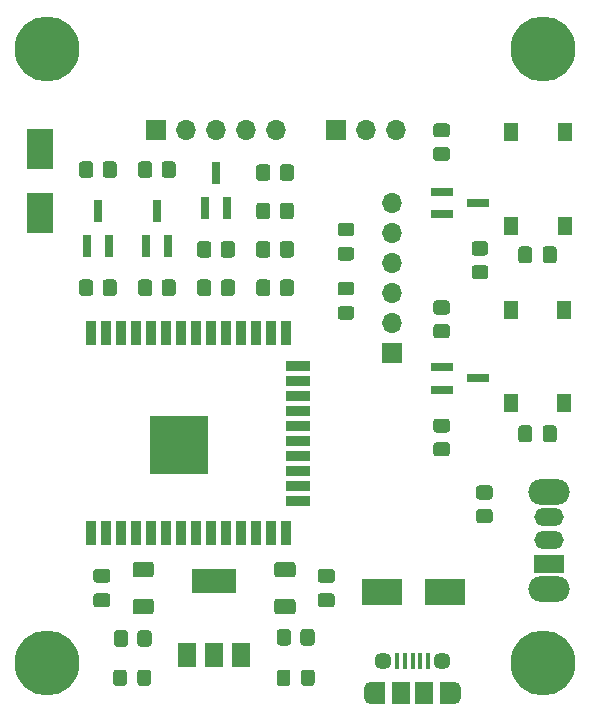
<source format=gbr>
%TF.GenerationSoftware,KiCad,Pcbnew,(5.1.10-1-10_14)*%
%TF.CreationDate,2021-06-24T14:46:10+02:00*%
%TF.ProjectId,RespiratorIF,52657370-6972-4617-946f-7249462e6b69,0.7*%
%TF.SameCoordinates,Original*%
%TF.FileFunction,Soldermask,Top*%
%TF.FilePolarity,Negative*%
%FSLAX46Y46*%
G04 Gerber Fmt 4.6, Leading zero omitted, Abs format (unit mm)*
G04 Created by KiCad (PCBNEW (5.1.10-1-10_14)) date 2021-06-24 14:46:10*
%MOMM*%
%LPD*%
G01*
G04 APERTURE LIST*
%ADD10R,5.000000X5.000000*%
%ADD11R,0.900000X2.000000*%
%ADD12R,2.000000X0.900000*%
%ADD13R,2.300000X3.500000*%
%ADD14R,3.500000X2.300000*%
%ADD15C,5.500000*%
%ADD16R,1.500000X1.900000*%
%ADD17C,1.450000*%
%ADD18R,0.400000X1.350000*%
%ADD19O,1.200000X1.900000*%
%ADD20R,1.200000X1.900000*%
%ADD21R,1.700000X1.700000*%
%ADD22O,1.700000X1.700000*%
%ADD23R,0.800000X1.900000*%
%ADD24R,1.900000X0.800000*%
%ADD25R,1.300000X1.550000*%
%ADD26R,3.800000X2.000000*%
%ADD27R,1.500000X2.000000*%
%ADD28R,2.500000X1.500000*%
%ADD29O,2.500000X1.500000*%
%ADD30O,3.500000X2.200000*%
G04 APERTURE END LIST*
D10*
%TO.C,U2*%
X139300000Y-99650000D03*
D11*
X131800000Y-107150000D03*
X133070000Y-107150000D03*
X134340000Y-107150000D03*
X135610000Y-107150000D03*
X136880000Y-107150000D03*
X138150000Y-107150000D03*
X139420000Y-107150000D03*
X140690000Y-107150000D03*
X141960000Y-107150000D03*
X143230000Y-107150000D03*
X144500000Y-107150000D03*
X145770000Y-107150000D03*
X147040000Y-107150000D03*
X148310000Y-107150000D03*
D12*
X149310000Y-104365000D03*
X149310000Y-103095000D03*
X149310000Y-101825000D03*
X149310000Y-100555000D03*
X149310000Y-99285000D03*
X149310000Y-98015000D03*
X149310000Y-96745000D03*
X149310000Y-95475000D03*
X149310000Y-94205000D03*
X149310000Y-92935000D03*
D11*
X148310000Y-90150000D03*
X147040000Y-90150000D03*
X145770000Y-90150000D03*
X144500000Y-90150000D03*
X143230000Y-90150000D03*
X141960000Y-90150000D03*
X140690000Y-90150000D03*
X139420000Y-90150000D03*
X138150000Y-90150000D03*
X136880000Y-90150000D03*
X135610000Y-90150000D03*
X134340000Y-90150000D03*
X133070000Y-90150000D03*
X131800000Y-90150000D03*
%TD*%
D13*
%TO.C,D4*%
X127504400Y-74612400D03*
X127504400Y-80012400D03*
%TD*%
%TO.C,R12*%
G36*
G01*
X165200001Y-83626000D02*
X164299999Y-83626000D01*
G75*
G02*
X164050000Y-83376001I0J249999D01*
G01*
X164050000Y-82675999D01*
G75*
G02*
X164299999Y-82426000I249999J0D01*
G01*
X165200001Y-82426000D01*
G75*
G02*
X165450000Y-82675999I0J-249999D01*
G01*
X165450000Y-83376001D01*
G75*
G02*
X165200001Y-83626000I-249999J0D01*
G01*
G37*
G36*
G01*
X165200001Y-85626000D02*
X164299999Y-85626000D01*
G75*
G02*
X164050000Y-85376001I0J249999D01*
G01*
X164050000Y-84675999D01*
G75*
G02*
X164299999Y-84426000I249999J0D01*
G01*
X165200001Y-84426000D01*
G75*
G02*
X165450000Y-84675999I0J-249999D01*
G01*
X165450000Y-85376001D01*
G75*
G02*
X165200001Y-85626000I-249999J0D01*
G01*
G37*
%TD*%
%TO.C,C1*%
G36*
G01*
X151261800Y-110155200D02*
X152211800Y-110155200D01*
G75*
G02*
X152461800Y-110405200I0J-250000D01*
G01*
X152461800Y-111080200D01*
G75*
G02*
X152211800Y-111330200I-250000J0D01*
G01*
X151261800Y-111330200D01*
G75*
G02*
X151011800Y-111080200I0J250000D01*
G01*
X151011800Y-110405200D01*
G75*
G02*
X151261800Y-110155200I250000J0D01*
G01*
G37*
G36*
G01*
X151261800Y-112230200D02*
X152211800Y-112230200D01*
G75*
G02*
X152461800Y-112480200I0J-250000D01*
G01*
X152461800Y-113155200D01*
G75*
G02*
X152211800Y-113405200I-250000J0D01*
G01*
X151261800Y-113405200D01*
G75*
G02*
X151011800Y-113155200I0J250000D01*
G01*
X151011800Y-112480200D01*
G75*
G02*
X151261800Y-112230200I250000J0D01*
G01*
G37*
%TD*%
%TO.C,C3*%
G36*
G01*
X133211800Y-111330200D02*
X132261800Y-111330200D01*
G75*
G02*
X132011800Y-111080200I0J250000D01*
G01*
X132011800Y-110405200D01*
G75*
G02*
X132261800Y-110155200I250000J0D01*
G01*
X133211800Y-110155200D01*
G75*
G02*
X133461800Y-110405200I0J-250000D01*
G01*
X133461800Y-111080200D01*
G75*
G02*
X133211800Y-111330200I-250000J0D01*
G01*
G37*
G36*
G01*
X133211800Y-113405200D02*
X132261800Y-113405200D01*
G75*
G02*
X132011800Y-113155200I0J250000D01*
G01*
X132011800Y-112480200D01*
G75*
G02*
X132261800Y-112230200I250000J0D01*
G01*
X133211800Y-112230200D01*
G75*
G02*
X133461800Y-112480200I0J-250000D01*
G01*
X133461800Y-113155200D01*
G75*
G02*
X133211800Y-113405200I-250000J0D01*
G01*
G37*
%TD*%
%TO.C,C5*%
G36*
G01*
X167987500Y-84045000D02*
X167987500Y-83095000D01*
G75*
G02*
X168237500Y-82845000I250000J0D01*
G01*
X168912500Y-82845000D01*
G75*
G02*
X169162500Y-83095000I0J-250000D01*
G01*
X169162500Y-84045000D01*
G75*
G02*
X168912500Y-84295000I-250000J0D01*
G01*
X168237500Y-84295000D01*
G75*
G02*
X167987500Y-84045000I0J250000D01*
G01*
G37*
G36*
G01*
X170062500Y-84045000D02*
X170062500Y-83095000D01*
G75*
G02*
X170312500Y-82845000I250000J0D01*
G01*
X170987500Y-82845000D01*
G75*
G02*
X171237500Y-83095000I0J-250000D01*
G01*
X171237500Y-84045000D01*
G75*
G02*
X170987500Y-84295000I-250000J0D01*
G01*
X170312500Y-84295000D01*
G75*
G02*
X170062500Y-84045000I0J250000D01*
G01*
G37*
%TD*%
%TO.C,C6*%
G36*
G01*
X170062500Y-99195000D02*
X170062500Y-98245000D01*
G75*
G02*
X170312500Y-97995000I250000J0D01*
G01*
X170987500Y-97995000D01*
G75*
G02*
X171237500Y-98245000I0J-250000D01*
G01*
X171237500Y-99195000D01*
G75*
G02*
X170987500Y-99445000I-250000J0D01*
G01*
X170312500Y-99445000D01*
G75*
G02*
X170062500Y-99195000I0J250000D01*
G01*
G37*
G36*
G01*
X167987500Y-99195000D02*
X167987500Y-98245000D01*
G75*
G02*
X168237500Y-97995000I250000J0D01*
G01*
X168912500Y-97995000D01*
G75*
G02*
X169162500Y-98245000I0J-250000D01*
G01*
X169162500Y-99195000D01*
G75*
G02*
X168912500Y-99445000I-250000J0D01*
G01*
X168237500Y-99445000D01*
G75*
G02*
X167987500Y-99195000I0J250000D01*
G01*
G37*
%TD*%
%TO.C,D2*%
G36*
G01*
X149602200Y-119824801D02*
X149602200Y-118924799D01*
G75*
G02*
X149852199Y-118674800I249999J0D01*
G01*
X150502201Y-118674800D01*
G75*
G02*
X150752200Y-118924799I0J-249999D01*
G01*
X150752200Y-119824801D01*
G75*
G02*
X150502201Y-120074800I-249999J0D01*
G01*
X149852199Y-120074800D01*
G75*
G02*
X149602200Y-119824801I0J249999D01*
G01*
G37*
G36*
G01*
X147552200Y-119824801D02*
X147552200Y-118924799D01*
G75*
G02*
X147802199Y-118674800I249999J0D01*
G01*
X148452201Y-118674800D01*
G75*
G02*
X148702200Y-118924799I0J-249999D01*
G01*
X148702200Y-119824801D01*
G75*
G02*
X148452201Y-120074800I-249999J0D01*
G01*
X147802199Y-120074800D01*
G75*
G02*
X147552200Y-119824801I0J249999D01*
G01*
G37*
%TD*%
%TO.C,D3*%
G36*
G01*
X134852200Y-118924799D02*
X134852200Y-119824801D01*
G75*
G02*
X134602201Y-120074800I-249999J0D01*
G01*
X133952199Y-120074800D01*
G75*
G02*
X133702200Y-119824801I0J249999D01*
G01*
X133702200Y-118924799D01*
G75*
G02*
X133952199Y-118674800I249999J0D01*
G01*
X134602201Y-118674800D01*
G75*
G02*
X134852200Y-118924799I0J-249999D01*
G01*
G37*
G36*
G01*
X136902200Y-118924799D02*
X136902200Y-119824801D01*
G75*
G02*
X136652201Y-120074800I-249999J0D01*
G01*
X136002199Y-120074800D01*
G75*
G02*
X135752200Y-119824801I0J249999D01*
G01*
X135752200Y-118924799D01*
G75*
G02*
X136002199Y-118674800I249999J0D01*
G01*
X136652201Y-118674800D01*
G75*
G02*
X136902200Y-118924799I0J-249999D01*
G01*
G37*
%TD*%
D14*
%TO.C,D1*%
X161827400Y-112135400D03*
X156427400Y-112135400D03*
%TD*%
%TO.C,D5*%
G36*
G01*
X153850001Y-84050000D02*
X152949999Y-84050000D01*
G75*
G02*
X152700000Y-83800001I0J249999D01*
G01*
X152700000Y-83149999D01*
G75*
G02*
X152949999Y-82900000I249999J0D01*
G01*
X153850001Y-82900000D01*
G75*
G02*
X154100000Y-83149999I0J-249999D01*
G01*
X154100000Y-83800001D01*
G75*
G02*
X153850001Y-84050000I-249999J0D01*
G01*
G37*
G36*
G01*
X153850001Y-82000000D02*
X152949999Y-82000000D01*
G75*
G02*
X152700000Y-81750001I0J249999D01*
G01*
X152700000Y-81099999D01*
G75*
G02*
X152949999Y-80850000I249999J0D01*
G01*
X153850001Y-80850000D01*
G75*
G02*
X154100000Y-81099999I0J-249999D01*
G01*
X154100000Y-81750001D01*
G75*
G02*
X153850001Y-82000000I-249999J0D01*
G01*
G37*
%TD*%
%TO.C,D6*%
G36*
G01*
X152949999Y-85850000D02*
X153850001Y-85850000D01*
G75*
G02*
X154100000Y-86099999I0J-249999D01*
G01*
X154100000Y-86750001D01*
G75*
G02*
X153850001Y-87000000I-249999J0D01*
G01*
X152949999Y-87000000D01*
G75*
G02*
X152700000Y-86750001I0J249999D01*
G01*
X152700000Y-86099999D01*
G75*
G02*
X152949999Y-85850000I249999J0D01*
G01*
G37*
G36*
G01*
X152949999Y-87900000D02*
X153850001Y-87900000D01*
G75*
G02*
X154100000Y-88149999I0J-249999D01*
G01*
X154100000Y-88800001D01*
G75*
G02*
X153850001Y-89050000I-249999J0D01*
G01*
X152949999Y-89050000D01*
G75*
G02*
X152700000Y-88800001I0J249999D01*
G01*
X152700000Y-88149999D01*
G75*
G02*
X152949999Y-87900000I249999J0D01*
G01*
G37*
%TD*%
D15*
%TO.C,H1*%
X128050000Y-118150000D03*
%TD*%
%TO.C,H2*%
X170050000Y-118150000D03*
%TD*%
%TO.C,H3*%
X170050000Y-66150000D03*
%TD*%
%TO.C,H4*%
X128050000Y-66150000D03*
%TD*%
D16*
%TO.C,J1*%
X160050000Y-120650000D03*
D17*
X156550000Y-117950000D03*
D18*
X158400000Y-117950000D03*
X157750000Y-117950000D03*
X160350000Y-117950000D03*
X159700000Y-117950000D03*
X159050000Y-117950000D03*
D17*
X161550000Y-117950000D03*
D16*
X158050000Y-120650000D03*
D19*
X155550000Y-120650000D03*
X162550000Y-120650000D03*
D20*
X161950000Y-120650000D03*
X156150000Y-120650000D03*
%TD*%
D21*
%TO.C,J2*%
X152523400Y-72964400D03*
D22*
X155063400Y-72964400D03*
X157603400Y-72964400D03*
%TD*%
D21*
%TO.C,J3*%
X137283400Y-72964400D03*
D22*
X139823400Y-72964400D03*
X142363400Y-72964400D03*
X144903400Y-72964400D03*
X147443400Y-72964400D03*
%TD*%
D23*
%TO.C,Q1*%
X131450000Y-82850000D03*
X133350000Y-82850000D03*
X132400000Y-79850000D03*
%TD*%
%TO.C,Q2*%
X137400000Y-79850000D03*
X138350000Y-82850000D03*
X136450000Y-82850000D03*
%TD*%
%TO.C,Q3*%
X141450000Y-79600000D03*
X143350000Y-79600000D03*
X142400000Y-76600000D03*
%TD*%
D24*
%TO.C,Q4*%
X164540400Y-79162400D03*
X161540400Y-80112400D03*
X161540400Y-78212400D03*
%TD*%
%TO.C,Q5*%
X161540400Y-93071400D03*
X161540400Y-94971400D03*
X164540400Y-94021400D03*
%TD*%
%TO.C,R1*%
G36*
G01*
X150745200Y-115495799D02*
X150745200Y-116395801D01*
G75*
G02*
X150495201Y-116645800I-249999J0D01*
G01*
X149795199Y-116645800D01*
G75*
G02*
X149545200Y-116395801I0J249999D01*
G01*
X149545200Y-115495799D01*
G75*
G02*
X149795199Y-115245800I249999J0D01*
G01*
X150495201Y-115245800D01*
G75*
G02*
X150745200Y-115495799I0J-249999D01*
G01*
G37*
G36*
G01*
X148745200Y-115495799D02*
X148745200Y-116395801D01*
G75*
G02*
X148495201Y-116645800I-249999J0D01*
G01*
X147795199Y-116645800D01*
G75*
G02*
X147545200Y-116395801I0J249999D01*
G01*
X147545200Y-115495799D01*
G75*
G02*
X147795199Y-115245800I249999J0D01*
G01*
X148495201Y-115245800D01*
G75*
G02*
X148745200Y-115495799I0J-249999D01*
G01*
G37*
%TD*%
%TO.C,R2*%
G36*
G01*
X132800000Y-86800001D02*
X132800000Y-85899999D01*
G75*
G02*
X133049999Y-85650000I249999J0D01*
G01*
X133750001Y-85650000D01*
G75*
G02*
X134000000Y-85899999I0J-249999D01*
G01*
X134000000Y-86800001D01*
G75*
G02*
X133750001Y-87050000I-249999J0D01*
G01*
X133049999Y-87050000D01*
G75*
G02*
X132800000Y-86800001I0J249999D01*
G01*
G37*
G36*
G01*
X130800000Y-86800001D02*
X130800000Y-85899999D01*
G75*
G02*
X131049999Y-85650000I249999J0D01*
G01*
X131750001Y-85650000D01*
G75*
G02*
X132000000Y-85899999I0J-249999D01*
G01*
X132000000Y-86800001D01*
G75*
G02*
X131750001Y-87050000I-249999J0D01*
G01*
X131049999Y-87050000D01*
G75*
G02*
X130800000Y-86800001I0J249999D01*
G01*
G37*
%TD*%
%TO.C,R3*%
G36*
G01*
X135800000Y-86800001D02*
X135800000Y-85899999D01*
G75*
G02*
X136049999Y-85650000I249999J0D01*
G01*
X136750001Y-85650000D01*
G75*
G02*
X137000000Y-85899999I0J-249999D01*
G01*
X137000000Y-86800001D01*
G75*
G02*
X136750001Y-87050000I-249999J0D01*
G01*
X136049999Y-87050000D01*
G75*
G02*
X135800000Y-86800001I0J249999D01*
G01*
G37*
G36*
G01*
X137800000Y-86800001D02*
X137800000Y-85899999D01*
G75*
G02*
X138049999Y-85650000I249999J0D01*
G01*
X138750001Y-85650000D01*
G75*
G02*
X139000000Y-85899999I0J-249999D01*
G01*
X139000000Y-86800001D01*
G75*
G02*
X138750001Y-87050000I-249999J0D01*
G01*
X138049999Y-87050000D01*
G75*
G02*
X137800000Y-86800001I0J249999D01*
G01*
G37*
%TD*%
%TO.C,R4*%
G36*
G01*
X135753000Y-116497401D02*
X135753000Y-115597399D01*
G75*
G02*
X136002999Y-115347400I249999J0D01*
G01*
X136703001Y-115347400D01*
G75*
G02*
X136953000Y-115597399I0J-249999D01*
G01*
X136953000Y-116497401D01*
G75*
G02*
X136703001Y-116747400I-249999J0D01*
G01*
X136002999Y-116747400D01*
G75*
G02*
X135753000Y-116497401I0J249999D01*
G01*
G37*
G36*
G01*
X133753000Y-116497401D02*
X133753000Y-115597399D01*
G75*
G02*
X134002999Y-115347400I249999J0D01*
G01*
X134703001Y-115347400D01*
G75*
G02*
X134953000Y-115597399I0J-249999D01*
G01*
X134953000Y-116497401D01*
G75*
G02*
X134703001Y-116747400I-249999J0D01*
G01*
X134002999Y-116747400D01*
G75*
G02*
X133753000Y-116497401I0J249999D01*
G01*
G37*
%TD*%
%TO.C,R6*%
G36*
G01*
X134000000Y-75899999D02*
X134000000Y-76800001D01*
G75*
G02*
X133750001Y-77050000I-249999J0D01*
G01*
X133049999Y-77050000D01*
G75*
G02*
X132800000Y-76800001I0J249999D01*
G01*
X132800000Y-75899999D01*
G75*
G02*
X133049999Y-75650000I249999J0D01*
G01*
X133750001Y-75650000D01*
G75*
G02*
X134000000Y-75899999I0J-249999D01*
G01*
G37*
G36*
G01*
X132000000Y-75899999D02*
X132000000Y-76800001D01*
G75*
G02*
X131750001Y-77050000I-249999J0D01*
G01*
X131049999Y-77050000D01*
G75*
G02*
X130800000Y-76800001I0J249999D01*
G01*
X130800000Y-75899999D01*
G75*
G02*
X131049999Y-75650000I249999J0D01*
G01*
X131750001Y-75650000D01*
G75*
G02*
X132000000Y-75899999I0J-249999D01*
G01*
G37*
%TD*%
%TO.C,R7*%
G36*
G01*
X137800000Y-76800001D02*
X137800000Y-75899999D01*
G75*
G02*
X138049999Y-75650000I249999J0D01*
G01*
X138750001Y-75650000D01*
G75*
G02*
X139000000Y-75899999I0J-249999D01*
G01*
X139000000Y-76800001D01*
G75*
G02*
X138750001Y-77050000I-249999J0D01*
G01*
X138049999Y-77050000D01*
G75*
G02*
X137800000Y-76800001I0J249999D01*
G01*
G37*
G36*
G01*
X135800000Y-76800001D02*
X135800000Y-75899999D01*
G75*
G02*
X136049999Y-75650000I249999J0D01*
G01*
X136750001Y-75650000D01*
G75*
G02*
X137000000Y-75899999I0J-249999D01*
G01*
X137000000Y-76800001D01*
G75*
G02*
X136750001Y-77050000I-249999J0D01*
G01*
X136049999Y-77050000D01*
G75*
G02*
X135800000Y-76800001I0J249999D01*
G01*
G37*
%TD*%
%TO.C,R8*%
G36*
G01*
X142800000Y-86800001D02*
X142800000Y-85899999D01*
G75*
G02*
X143049999Y-85650000I249999J0D01*
G01*
X143750001Y-85650000D01*
G75*
G02*
X144000000Y-85899999I0J-249999D01*
G01*
X144000000Y-86800001D01*
G75*
G02*
X143750001Y-87050000I-249999J0D01*
G01*
X143049999Y-87050000D01*
G75*
G02*
X142800000Y-86800001I0J249999D01*
G01*
G37*
G36*
G01*
X140800000Y-86800001D02*
X140800000Y-85899999D01*
G75*
G02*
X141049999Y-85650000I249999J0D01*
G01*
X141750001Y-85650000D01*
G75*
G02*
X142000000Y-85899999I0J-249999D01*
G01*
X142000000Y-86800001D01*
G75*
G02*
X141750001Y-87050000I-249999J0D01*
G01*
X141049999Y-87050000D01*
G75*
G02*
X140800000Y-86800001I0J249999D01*
G01*
G37*
%TD*%
%TO.C,R9*%
G36*
G01*
X161950001Y-73626000D02*
X161049999Y-73626000D01*
G75*
G02*
X160800000Y-73376001I0J249999D01*
G01*
X160800000Y-72675999D01*
G75*
G02*
X161049999Y-72426000I249999J0D01*
G01*
X161950001Y-72426000D01*
G75*
G02*
X162200000Y-72675999I0J-249999D01*
G01*
X162200000Y-73376001D01*
G75*
G02*
X161950001Y-73626000I-249999J0D01*
G01*
G37*
G36*
G01*
X161950001Y-75626000D02*
X161049999Y-75626000D01*
G75*
G02*
X160800000Y-75376001I0J249999D01*
G01*
X160800000Y-74675999D01*
G75*
G02*
X161049999Y-74426000I249999J0D01*
G01*
X161950001Y-74426000D01*
G75*
G02*
X162200000Y-74675999I0J-249999D01*
G01*
X162200000Y-75376001D01*
G75*
G02*
X161950001Y-75626000I-249999J0D01*
G01*
G37*
%TD*%
%TO.C,R10*%
G36*
G01*
X161950001Y-88626000D02*
X161049999Y-88626000D01*
G75*
G02*
X160800000Y-88376001I0J249999D01*
G01*
X160800000Y-87675999D01*
G75*
G02*
X161049999Y-87426000I249999J0D01*
G01*
X161950001Y-87426000D01*
G75*
G02*
X162200000Y-87675999I0J-249999D01*
G01*
X162200000Y-88376001D01*
G75*
G02*
X161950001Y-88626000I-249999J0D01*
G01*
G37*
G36*
G01*
X161950001Y-90626000D02*
X161049999Y-90626000D01*
G75*
G02*
X160800000Y-90376001I0J249999D01*
G01*
X160800000Y-89675999D01*
G75*
G02*
X161049999Y-89426000I249999J0D01*
G01*
X161950001Y-89426000D01*
G75*
G02*
X162200000Y-89675999I0J-249999D01*
G01*
X162200000Y-90376001D01*
G75*
G02*
X161950001Y-90626000I-249999J0D01*
G01*
G37*
%TD*%
%TO.C,R11*%
G36*
G01*
X144000000Y-82649999D02*
X144000000Y-83550001D01*
G75*
G02*
X143750001Y-83800000I-249999J0D01*
G01*
X143049999Y-83800000D01*
G75*
G02*
X142800000Y-83550001I0J249999D01*
G01*
X142800000Y-82649999D01*
G75*
G02*
X143049999Y-82400000I249999J0D01*
G01*
X143750001Y-82400000D01*
G75*
G02*
X144000000Y-82649999I0J-249999D01*
G01*
G37*
G36*
G01*
X142000000Y-82649999D02*
X142000000Y-83550001D01*
G75*
G02*
X141750001Y-83800000I-249999J0D01*
G01*
X141049999Y-83800000D01*
G75*
G02*
X140800000Y-83550001I0J249999D01*
G01*
X140800000Y-82649999D01*
G75*
G02*
X141049999Y-82400000I249999J0D01*
G01*
X141750001Y-82400000D01*
G75*
G02*
X142000000Y-82649999I0J-249999D01*
G01*
G37*
%TD*%
%TO.C,R13*%
G36*
G01*
X161049999Y-97426000D02*
X161950001Y-97426000D01*
G75*
G02*
X162200000Y-97675999I0J-249999D01*
G01*
X162200000Y-98376001D01*
G75*
G02*
X161950001Y-98626000I-249999J0D01*
G01*
X161049999Y-98626000D01*
G75*
G02*
X160800000Y-98376001I0J249999D01*
G01*
X160800000Y-97675999D01*
G75*
G02*
X161049999Y-97426000I249999J0D01*
G01*
G37*
G36*
G01*
X161049999Y-99426000D02*
X161950001Y-99426000D01*
G75*
G02*
X162200000Y-99675999I0J-249999D01*
G01*
X162200000Y-100376001D01*
G75*
G02*
X161950001Y-100626000I-249999J0D01*
G01*
X161049999Y-100626000D01*
G75*
G02*
X160800000Y-100376001I0J249999D01*
G01*
X160800000Y-99675999D01*
G75*
G02*
X161049999Y-99426000I249999J0D01*
G01*
G37*
%TD*%
%TO.C,R14*%
G36*
G01*
X147000000Y-79399999D02*
X147000000Y-80300001D01*
G75*
G02*
X146750001Y-80550000I-249999J0D01*
G01*
X146049999Y-80550000D01*
G75*
G02*
X145800000Y-80300001I0J249999D01*
G01*
X145800000Y-79399999D01*
G75*
G02*
X146049999Y-79150000I249999J0D01*
G01*
X146750001Y-79150000D01*
G75*
G02*
X147000000Y-79399999I0J-249999D01*
G01*
G37*
G36*
G01*
X149000000Y-79399999D02*
X149000000Y-80300001D01*
G75*
G02*
X148750001Y-80550000I-249999J0D01*
G01*
X148049999Y-80550000D01*
G75*
G02*
X147800000Y-80300001I0J249999D01*
G01*
X147800000Y-79399999D01*
G75*
G02*
X148049999Y-79150000I249999J0D01*
G01*
X148750001Y-79150000D01*
G75*
G02*
X149000000Y-79399999I0J-249999D01*
G01*
G37*
%TD*%
%TO.C,R15*%
G36*
G01*
X149000000Y-82649999D02*
X149000000Y-83550001D01*
G75*
G02*
X148750001Y-83800000I-249999J0D01*
G01*
X148049999Y-83800000D01*
G75*
G02*
X147800000Y-83550001I0J249999D01*
G01*
X147800000Y-82649999D01*
G75*
G02*
X148049999Y-82400000I249999J0D01*
G01*
X148750001Y-82400000D01*
G75*
G02*
X149000000Y-82649999I0J-249999D01*
G01*
G37*
G36*
G01*
X147000000Y-82649999D02*
X147000000Y-83550001D01*
G75*
G02*
X146750001Y-83800000I-249999J0D01*
G01*
X146049999Y-83800000D01*
G75*
G02*
X145800000Y-83550001I0J249999D01*
G01*
X145800000Y-82649999D01*
G75*
G02*
X146049999Y-82400000I249999J0D01*
G01*
X146750001Y-82400000D01*
G75*
G02*
X147000000Y-82649999I0J-249999D01*
G01*
G37*
%TD*%
%TO.C,R16*%
G36*
G01*
X145800000Y-77050001D02*
X145800000Y-76149999D01*
G75*
G02*
X146049999Y-75900000I249999J0D01*
G01*
X146750001Y-75900000D01*
G75*
G02*
X147000000Y-76149999I0J-249999D01*
G01*
X147000000Y-77050001D01*
G75*
G02*
X146750001Y-77300000I-249999J0D01*
G01*
X146049999Y-77300000D01*
G75*
G02*
X145800000Y-77050001I0J249999D01*
G01*
G37*
G36*
G01*
X147800000Y-77050001D02*
X147800000Y-76149999D01*
G75*
G02*
X148049999Y-75900000I249999J0D01*
G01*
X148750001Y-75900000D01*
G75*
G02*
X149000000Y-76149999I0J-249999D01*
G01*
X149000000Y-77050001D01*
G75*
G02*
X148750001Y-77300000I-249999J0D01*
G01*
X148049999Y-77300000D01*
G75*
G02*
X147800000Y-77050001I0J249999D01*
G01*
G37*
%TD*%
%TO.C,R17*%
G36*
G01*
X145800000Y-86800001D02*
X145800000Y-85899999D01*
G75*
G02*
X146049999Y-85650000I249999J0D01*
G01*
X146750001Y-85650000D01*
G75*
G02*
X147000000Y-85899999I0J-249999D01*
G01*
X147000000Y-86800001D01*
G75*
G02*
X146750001Y-87050000I-249999J0D01*
G01*
X146049999Y-87050000D01*
G75*
G02*
X145800000Y-86800001I0J249999D01*
G01*
G37*
G36*
G01*
X147800000Y-86800001D02*
X147800000Y-85899999D01*
G75*
G02*
X148049999Y-85650000I249999J0D01*
G01*
X148750001Y-85650000D01*
G75*
G02*
X149000000Y-85899999I0J-249999D01*
G01*
X149000000Y-86800001D01*
G75*
G02*
X148750001Y-87050000I-249999J0D01*
G01*
X148049999Y-87050000D01*
G75*
G02*
X147800000Y-86800001I0J249999D01*
G01*
G37*
%TD*%
D25*
%TO.C,SW2*%
X167417400Y-81142000D03*
X171917400Y-81142000D03*
X171917400Y-73192000D03*
X167417400Y-73192000D03*
%TD*%
%TO.C,SW3*%
X167403600Y-88192680D03*
X171903600Y-88192680D03*
X171903600Y-96142680D03*
X167403600Y-96142680D03*
%TD*%
D26*
%TO.C,U1*%
X142236800Y-111155200D03*
D27*
X142236800Y-117455200D03*
X144536800Y-117455200D03*
X139936800Y-117455200D03*
%TD*%
D21*
%TO.C,J4*%
X157300000Y-91906000D03*
D22*
X157300000Y-89366000D03*
X157300000Y-86826000D03*
X157300000Y-84286000D03*
X157300000Y-81746000D03*
X157300000Y-79206000D03*
%TD*%
D28*
%TO.C,SW1*%
X170598800Y-109722800D03*
D29*
X170598800Y-107722800D03*
X170598800Y-105722800D03*
D30*
X170598800Y-111822800D03*
X170598800Y-103622800D03*
%TD*%
%TO.C,R5*%
G36*
G01*
X165571801Y-106284200D02*
X164671799Y-106284200D01*
G75*
G02*
X164421800Y-106034201I0J249999D01*
G01*
X164421800Y-105334199D01*
G75*
G02*
X164671799Y-105084200I249999J0D01*
G01*
X165571801Y-105084200D01*
G75*
G02*
X165821800Y-105334199I0J-249999D01*
G01*
X165821800Y-106034201D01*
G75*
G02*
X165571801Y-106284200I-249999J0D01*
G01*
G37*
G36*
G01*
X165571801Y-104284200D02*
X164671799Y-104284200D01*
G75*
G02*
X164421800Y-104034201I0J249999D01*
G01*
X164421800Y-103334199D01*
G75*
G02*
X164671799Y-103084200I249999J0D01*
G01*
X165571801Y-103084200D01*
G75*
G02*
X165821800Y-103334199I0J-249999D01*
G01*
X165821800Y-104034201D01*
G75*
G02*
X165571801Y-104284200I-249999J0D01*
G01*
G37*
%TD*%
%TO.C,C2*%
G36*
G01*
X147586799Y-112680200D02*
X148886801Y-112680200D01*
G75*
G02*
X149136800Y-112930199I0J-249999D01*
G01*
X149136800Y-113755201D01*
G75*
G02*
X148886801Y-114005200I-249999J0D01*
G01*
X147586799Y-114005200D01*
G75*
G02*
X147336800Y-113755201I0J249999D01*
G01*
X147336800Y-112930199D01*
G75*
G02*
X147586799Y-112680200I249999J0D01*
G01*
G37*
G36*
G01*
X147586799Y-109555200D02*
X148886801Y-109555200D01*
G75*
G02*
X149136800Y-109805199I0J-249999D01*
G01*
X149136800Y-110630201D01*
G75*
G02*
X148886801Y-110880200I-249999J0D01*
G01*
X147586799Y-110880200D01*
G75*
G02*
X147336800Y-110630201I0J249999D01*
G01*
X147336800Y-109805199D01*
G75*
G02*
X147586799Y-109555200I249999J0D01*
G01*
G37*
%TD*%
%TO.C,C4*%
G36*
G01*
X136886801Y-114005200D02*
X135586799Y-114005200D01*
G75*
G02*
X135336800Y-113755201I0J249999D01*
G01*
X135336800Y-112930199D01*
G75*
G02*
X135586799Y-112680200I249999J0D01*
G01*
X136886801Y-112680200D01*
G75*
G02*
X137136800Y-112930199I0J-249999D01*
G01*
X137136800Y-113755201D01*
G75*
G02*
X136886801Y-114005200I-249999J0D01*
G01*
G37*
G36*
G01*
X136886801Y-110880200D02*
X135586799Y-110880200D01*
G75*
G02*
X135336800Y-110630201I0J249999D01*
G01*
X135336800Y-109805199D01*
G75*
G02*
X135586799Y-109555200I249999J0D01*
G01*
X136886801Y-109555200D01*
G75*
G02*
X137136800Y-109805199I0J-249999D01*
G01*
X137136800Y-110630201D01*
G75*
G02*
X136886801Y-110880200I-249999J0D01*
G01*
G37*
%TD*%
M02*

</source>
